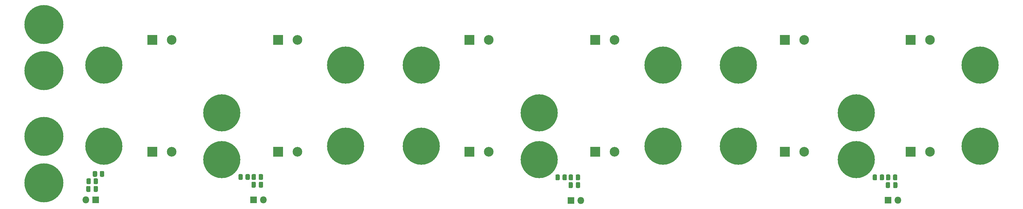
<source format=gts>
G04 #@! TF.GenerationSoftware,KiCad,Pcbnew,(5.1.6)-1*
G04 #@! TF.CreationDate,2021-04-15T22:16:23+02:00*
G04 #@! TF.ProjectId,DCLink,44434c69-6e6b-42e6-9b69-6361645f7063,rev?*
G04 #@! TF.SameCoordinates,Original*
G04 #@! TF.FileFunction,Soldermask,Top*
G04 #@! TF.FilePolarity,Negative*
%FSLAX46Y46*%
G04 Gerber Fmt 4.6, Leading zero omitted, Abs format (unit mm)*
G04 Created by KiCad (PCBNEW (5.1.6)-1) date 2021-04-15 22:16:23*
%MOMM*%
%LPD*%
G01*
G04 APERTURE LIST*
%ADD10O,1.800000X1.800000*%
%ADD11R,1.800000X1.800000*%
%ADD12C,2.500000*%
%ADD13R,2.500000X2.500000*%
%ADD14C,10.100000*%
%ADD15C,9.600000*%
G04 APERTURE END LIST*
G36*
G01*
X160212500Y-67075611D02*
X160212500Y-66124389D01*
G75*
G02*
X160486889Y-65850000I274389J0D01*
G01*
X161063111Y-65850000D01*
G75*
G02*
X161337500Y-66124389I0J-274389D01*
G01*
X161337500Y-67075611D01*
G75*
G02*
X161063111Y-67350000I-274389J0D01*
G01*
X160486889Y-67350000D01*
G75*
G02*
X160212500Y-67075611I0J274389D01*
G01*
G37*
G36*
G01*
X162037500Y-67075611D02*
X162037500Y-66124389D01*
G75*
G02*
X162311889Y-65850000I274389J0D01*
G01*
X162888111Y-65850000D01*
G75*
G02*
X163162500Y-66124389I0J-274389D01*
G01*
X163162500Y-67075611D01*
G75*
G02*
X162888111Y-67350000I-274389J0D01*
G01*
X162311889Y-67350000D01*
G75*
G02*
X162037500Y-67075611I0J274389D01*
G01*
G37*
D10*
X84740000Y-72400000D03*
D11*
X82200000Y-72400000D03*
G36*
G01*
X41762500Y-65224389D02*
X41762500Y-66175611D01*
G75*
G02*
X41488111Y-66450000I-274389J0D01*
G01*
X40911889Y-66450000D01*
G75*
G02*
X40637500Y-66175611I0J274389D01*
G01*
X40637500Y-65224389D01*
G75*
G02*
X40911889Y-64950000I274389J0D01*
G01*
X41488111Y-64950000D01*
G75*
G02*
X41762500Y-65224389I0J-274389D01*
G01*
G37*
G36*
G01*
X43587500Y-65224389D02*
X43587500Y-66175611D01*
G75*
G02*
X43313111Y-66450000I-274389J0D01*
G01*
X42736889Y-66450000D01*
G75*
G02*
X42462500Y-66175611I0J274389D01*
G01*
X42462500Y-65224389D01*
G75*
G02*
X42736889Y-64950000I274389J0D01*
G01*
X43313111Y-64950000D01*
G75*
G02*
X43587500Y-65224389I0J-274389D01*
G01*
G37*
D12*
X61000000Y-31000000D03*
D13*
X56000000Y-31000000D03*
X56000000Y-60000000D03*
D12*
X61000000Y-60000000D03*
D13*
X88500000Y-31000000D03*
D12*
X93500000Y-31000000D03*
X93500000Y-60000000D03*
D13*
X88500000Y-60000000D03*
X138000000Y-31000000D03*
D12*
X143000000Y-31000000D03*
X143000000Y-60000000D03*
D13*
X138000000Y-60000000D03*
X170500000Y-31000000D03*
D12*
X175500000Y-31000000D03*
X175500000Y-60000000D03*
D13*
X170500000Y-60000000D03*
X219500000Y-31000000D03*
D12*
X224500000Y-31000000D03*
X224500000Y-60000000D03*
D13*
X219500000Y-60000000D03*
X252000000Y-31000000D03*
D12*
X257000000Y-31000000D03*
X257000000Y-60000000D03*
D13*
X252000000Y-60000000D03*
G36*
G01*
X83550000Y-69000000D02*
X83550000Y-68000000D01*
G75*
G02*
X83825000Y-67725000I275000J0D01*
G01*
X84375000Y-67725000D01*
G75*
G02*
X84650000Y-68000000I0J-275000D01*
G01*
X84650000Y-69000000D01*
G75*
G02*
X84375000Y-69275000I-275000J0D01*
G01*
X83825000Y-69275000D01*
G75*
G02*
X83550000Y-69000000I0J275000D01*
G01*
G37*
G36*
G01*
X81650000Y-69000000D02*
X81650000Y-68000000D01*
G75*
G02*
X81925000Y-67725000I275000J0D01*
G01*
X82475000Y-67725000D01*
G75*
G02*
X82750000Y-68000000I0J-275000D01*
G01*
X82750000Y-69000000D01*
G75*
G02*
X82475000Y-69275000I-275000J0D01*
G01*
X81925000Y-69275000D01*
G75*
G02*
X81650000Y-69000000I0J275000D01*
G01*
G37*
G36*
G01*
X163600000Y-69100000D02*
X163600000Y-68100000D01*
G75*
G02*
X163875000Y-67825000I275000J0D01*
G01*
X164425000Y-67825000D01*
G75*
G02*
X164700000Y-68100000I0J-275000D01*
G01*
X164700000Y-69100000D01*
G75*
G02*
X164425000Y-69375000I-275000J0D01*
G01*
X163875000Y-69375000D01*
G75*
G02*
X163600000Y-69100000I0J275000D01*
G01*
G37*
G36*
G01*
X165500000Y-69100000D02*
X165500000Y-68100000D01*
G75*
G02*
X165775000Y-67825000I275000J0D01*
G01*
X166325000Y-67825000D01*
G75*
G02*
X166600000Y-68100000I0J-275000D01*
G01*
X166600000Y-69100000D01*
G75*
G02*
X166325000Y-69375000I-275000J0D01*
G01*
X165775000Y-69375000D01*
G75*
G02*
X165500000Y-69100000I0J275000D01*
G01*
G37*
G36*
G01*
X247500000Y-69100000D02*
X247500000Y-68100000D01*
G75*
G02*
X247775000Y-67825000I275000J0D01*
G01*
X248325000Y-67825000D01*
G75*
G02*
X248600000Y-68100000I0J-275000D01*
G01*
X248600000Y-69100000D01*
G75*
G02*
X248325000Y-69375000I-275000J0D01*
G01*
X247775000Y-69375000D01*
G75*
G02*
X247500000Y-69100000I0J275000D01*
G01*
G37*
G36*
G01*
X245600000Y-69100000D02*
X245600000Y-68100000D01*
G75*
G02*
X245875000Y-67825000I275000J0D01*
G01*
X246425000Y-67825000D01*
G75*
G02*
X246700000Y-68100000I0J-275000D01*
G01*
X246700000Y-69100000D01*
G75*
G02*
X246425000Y-69375000I-275000J0D01*
G01*
X245875000Y-69375000D01*
G75*
G02*
X245600000Y-69100000I0J275000D01*
G01*
G37*
G36*
G01*
X41950000Y-69100000D02*
X41950000Y-70100000D01*
G75*
G02*
X41675000Y-70375000I-275000J0D01*
G01*
X41125000Y-70375000D01*
G75*
G02*
X40850000Y-70100000I0J275000D01*
G01*
X40850000Y-69100000D01*
G75*
G02*
X41125000Y-68825000I275000J0D01*
G01*
X41675000Y-68825000D01*
G75*
G02*
X41950000Y-69100000I0J-275000D01*
G01*
G37*
G36*
G01*
X40050000Y-69100000D02*
X40050000Y-70100000D01*
G75*
G02*
X39775000Y-70375000I-275000J0D01*
G01*
X39225000Y-70375000D01*
G75*
G02*
X38950000Y-70100000I0J275000D01*
G01*
X38950000Y-69100000D01*
G75*
G02*
X39225000Y-68825000I275000J0D01*
G01*
X39775000Y-68825000D01*
G75*
G02*
X40050000Y-69100000I0J-275000D01*
G01*
G37*
D14*
X28000000Y-27000000D03*
X28000000Y-39000000D03*
X28000000Y-68000000D03*
X28000000Y-56000000D03*
D11*
X164200000Y-72600000D03*
D10*
X166740000Y-72600000D03*
D15*
X43500000Y-37500000D03*
X43500000Y-58500000D03*
X125500000Y-37500000D03*
X125500000Y-58500000D03*
X207500000Y-58500000D03*
X207500000Y-37500000D03*
X74000000Y-49900000D03*
X156000000Y-49900000D03*
X238000000Y-49900000D03*
X74000000Y-62000000D03*
X156000000Y-62000000D03*
X238000000Y-62000000D03*
X106000000Y-37500000D03*
X106000000Y-58500000D03*
X188000000Y-37500000D03*
X188000000Y-58500000D03*
X270000000Y-58500000D03*
X270000000Y-37500000D03*
D11*
X246200000Y-72500000D03*
D10*
X248740000Y-72500000D03*
X38860000Y-72400000D03*
D11*
X41400000Y-72400000D03*
G36*
G01*
X78275000Y-66975611D02*
X78275000Y-66024389D01*
G75*
G02*
X78549389Y-65750000I274389J0D01*
G01*
X79125611Y-65750000D01*
G75*
G02*
X79400000Y-66024389I0J-274389D01*
G01*
X79400000Y-66975611D01*
G75*
G02*
X79125611Y-67250000I-274389J0D01*
G01*
X78549389Y-67250000D01*
G75*
G02*
X78275000Y-66975611I0J274389D01*
G01*
G37*
G36*
G01*
X80100000Y-66975611D02*
X80100000Y-66024389D01*
G75*
G02*
X80374389Y-65750000I274389J0D01*
G01*
X80950611Y-65750000D01*
G75*
G02*
X81225000Y-66024389I0J-274389D01*
G01*
X81225000Y-66975611D01*
G75*
G02*
X80950611Y-67250000I-274389J0D01*
G01*
X80374389Y-67250000D01*
G75*
G02*
X80100000Y-66975611I0J274389D01*
G01*
G37*
G36*
G01*
X84637500Y-66024389D02*
X84637500Y-66975611D01*
G75*
G02*
X84363111Y-67250000I-274389J0D01*
G01*
X83786889Y-67250000D01*
G75*
G02*
X83512500Y-66975611I0J274389D01*
G01*
X83512500Y-66024389D01*
G75*
G02*
X83786889Y-65750000I274389J0D01*
G01*
X84363111Y-65750000D01*
G75*
G02*
X84637500Y-66024389I0J-274389D01*
G01*
G37*
G36*
G01*
X82812500Y-66024389D02*
X82812500Y-66975611D01*
G75*
G02*
X82538111Y-67250000I-274389J0D01*
G01*
X81961889Y-67250000D01*
G75*
G02*
X81687500Y-66975611I0J274389D01*
G01*
X81687500Y-66024389D01*
G75*
G02*
X81961889Y-65750000I274389J0D01*
G01*
X82538111Y-65750000D01*
G75*
G02*
X82812500Y-66024389I0J-274389D01*
G01*
G37*
G36*
G01*
X164762500Y-66124389D02*
X164762500Y-67075611D01*
G75*
G02*
X164488111Y-67350000I-274389J0D01*
G01*
X163911889Y-67350000D01*
G75*
G02*
X163637500Y-67075611I0J274389D01*
G01*
X163637500Y-66124389D01*
G75*
G02*
X163911889Y-65850000I274389J0D01*
G01*
X164488111Y-65850000D01*
G75*
G02*
X164762500Y-66124389I0J-274389D01*
G01*
G37*
G36*
G01*
X166587500Y-66124389D02*
X166587500Y-67075611D01*
G75*
G02*
X166313111Y-67350000I-274389J0D01*
G01*
X165736889Y-67350000D01*
G75*
G02*
X165462500Y-67075611I0J274389D01*
G01*
X165462500Y-66124389D01*
G75*
G02*
X165736889Y-65850000I274389J0D01*
G01*
X166313111Y-65850000D01*
G75*
G02*
X166587500Y-66124389I0J-274389D01*
G01*
G37*
G36*
G01*
X242212500Y-67075611D02*
X242212500Y-66124389D01*
G75*
G02*
X242486889Y-65850000I274389J0D01*
G01*
X243063111Y-65850000D01*
G75*
G02*
X243337500Y-66124389I0J-274389D01*
G01*
X243337500Y-67075611D01*
G75*
G02*
X243063111Y-67350000I-274389J0D01*
G01*
X242486889Y-67350000D01*
G75*
G02*
X242212500Y-67075611I0J274389D01*
G01*
G37*
G36*
G01*
X244037500Y-67075611D02*
X244037500Y-66124389D01*
G75*
G02*
X244311889Y-65850000I274389J0D01*
G01*
X244888111Y-65850000D01*
G75*
G02*
X245162500Y-66124389I0J-274389D01*
G01*
X245162500Y-67075611D01*
G75*
G02*
X244888111Y-67350000I-274389J0D01*
G01*
X244311889Y-67350000D01*
G75*
G02*
X244037500Y-67075611I0J274389D01*
G01*
G37*
G36*
G01*
X246762500Y-66124389D02*
X246762500Y-67075611D01*
G75*
G02*
X246488111Y-67350000I-274389J0D01*
G01*
X245911889Y-67350000D01*
G75*
G02*
X245637500Y-67075611I0J274389D01*
G01*
X245637500Y-66124389D01*
G75*
G02*
X245911889Y-65850000I274389J0D01*
G01*
X246488111Y-65850000D01*
G75*
G02*
X246762500Y-66124389I0J-274389D01*
G01*
G37*
G36*
G01*
X248587500Y-66124389D02*
X248587500Y-67075611D01*
G75*
G02*
X248313111Y-67350000I-274389J0D01*
G01*
X247736889Y-67350000D01*
G75*
G02*
X247462500Y-67075611I0J274389D01*
G01*
X247462500Y-66124389D01*
G75*
G02*
X247736889Y-65850000I274389J0D01*
G01*
X248313111Y-65850000D01*
G75*
G02*
X248587500Y-66124389I0J-274389D01*
G01*
G37*
G36*
G01*
X40837500Y-68075611D02*
X40837500Y-67124389D01*
G75*
G02*
X41111889Y-66850000I274389J0D01*
G01*
X41688111Y-66850000D01*
G75*
G02*
X41962500Y-67124389I0J-274389D01*
G01*
X41962500Y-68075611D01*
G75*
G02*
X41688111Y-68350000I-274389J0D01*
G01*
X41111889Y-68350000D01*
G75*
G02*
X40837500Y-68075611I0J274389D01*
G01*
G37*
G36*
G01*
X39012500Y-68075611D02*
X39012500Y-67124389D01*
G75*
G02*
X39286889Y-66850000I274389J0D01*
G01*
X39863111Y-66850000D01*
G75*
G02*
X40137500Y-67124389I0J-274389D01*
G01*
X40137500Y-68075611D01*
G75*
G02*
X39863111Y-68350000I-274389J0D01*
G01*
X39286889Y-68350000D01*
G75*
G02*
X39012500Y-68075611I0J274389D01*
G01*
G37*
M02*

</source>
